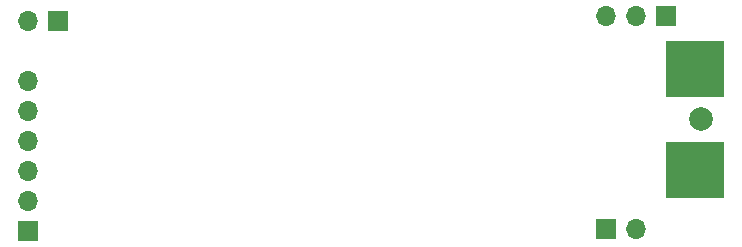
<source format=gbr>
%TF.GenerationSoftware,KiCad,Pcbnew,8.0.6*%
%TF.CreationDate,2024-10-28T10:45:57+07:00*%
%TF.ProjectId,PMOD-Pulser_update,504d4f44-2d50-4756-9c73-65725f757064,rev?*%
%TF.SameCoordinates,PX5e2ce30PY52bb330*%
%TF.FileFunction,Soldermask,Bot*%
%TF.FilePolarity,Negative*%
%FSLAX46Y46*%
G04 Gerber Fmt 4.6, Leading zero omitted, Abs format (unit mm)*
G04 Created by KiCad (PCBNEW 8.0.6) date 2024-10-28 10:45:57*
%MOMM*%
%LPD*%
G01*
G04 APERTURE LIST*
%ADD10C,2.000000*%
%ADD11R,1.700000X1.700000*%
%ADD12O,1.700000X1.700000*%
%ADD13R,4.900000X4.800000*%
G04 APERTURE END LIST*
D10*
%TO.C,REF\u002A\u002A*%
X61000000Y11250000D03*
%TD*%
D11*
%TO.C,J4*%
X58000000Y20000000D03*
D12*
X55460000Y20000000D03*
X52920000Y20000000D03*
%TD*%
D11*
%TO.C,J6*%
X52920000Y2000000D03*
D12*
X55460000Y2000000D03*
%TD*%
D13*
%TO.C,J1*%
X60526000Y7000000D03*
X60526000Y15500000D03*
%TD*%
D11*
%TO.C,J2*%
X6540000Y19580000D03*
D12*
X4000000Y19580000D03*
%TD*%
D11*
%TO.C,J3*%
X4000000Y1800000D03*
D12*
X4000000Y4340000D03*
X4000000Y6880000D03*
X4000000Y9420000D03*
X4000000Y11960000D03*
X4000000Y14500000D03*
%TD*%
M02*

</source>
